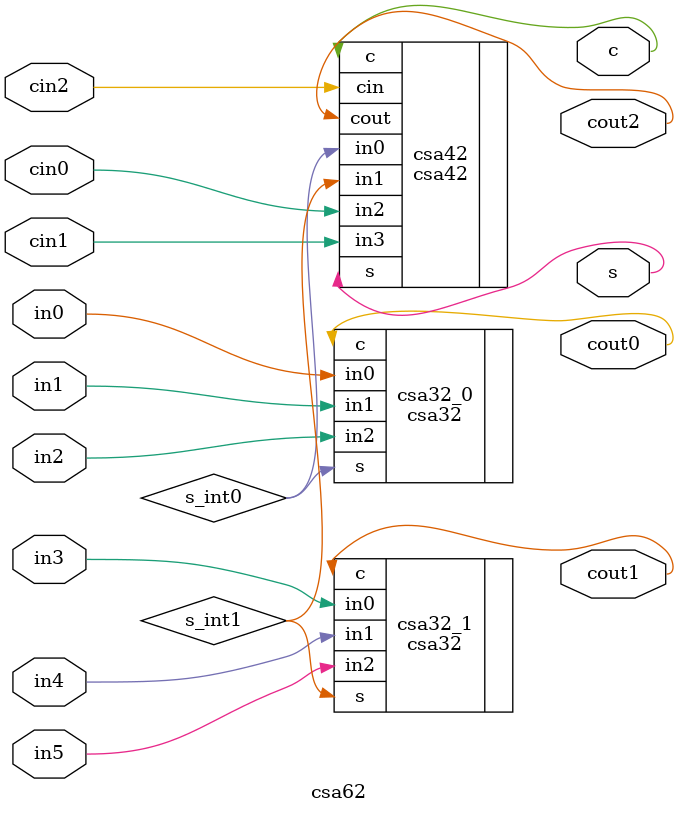
<source format=v>
module csa62  #(parameter DW = 1 // data width
		   )
   ( input [DW-1:0]  in0, //input
     input [DW-1:0]  in1,//input
     input [DW-1:0]  in2,//input
     input [DW-1:0]  in3,//input
     input [DW-1:0]  in4,//input
     input [DW-1:0]  in5,//input
     input [DW-1:0]  cin0,//carry in
     input [DW-1:0]  cin1,//carry in
     input [DW-1:0]  cin2,//carry in
     output [DW-1:0] s, //sum 
     output [DW-1:0] c, //carry
     output [DW-1:0] cout0, //carry out
     output [DW-1:0] cout1, //carry out
     output [DW-1:0] cout2  //carry out
     );
      
   wire   [DW-1:0] s_int0;
   wire [DW-1:0]   s_int1;

   csa32 #(.DW(DW)) csa32_0 (.in0(in0[DW-1:0]),
				.in1(in1[DW-1:0]),
				.in2(in2[DW-1:0]),
				.c(cout0[DW-1:0]),
				.s(s_int0[DW-1:0]));

   csa32 #(.DW(DW)) csa32_1 (.in0(in3[DW-1:0]),
				.in1(in4[DW-1:0]),
				.in2(in5[DW-1:0]),
				.c(cout1[DW-1:0]),
				.s(s_int1[DW-1:0]));

   csa42 #(.DW(DW)) csa42 (.in0(s_int0[DW-1:0]),
			      .in1(s_int1[DW-1:0]),
			      .in2(cin0[DW-1:0]),
			      .in3(cin1[DW-1:0]),
			      .cin(cin2[DW-1:0]),
			      .cout(cout2[DW-1:0]),
			      .c(c[DW-1:0]),
			      .s(s[DW-1:0]));

endmodule // csa62
</source>
